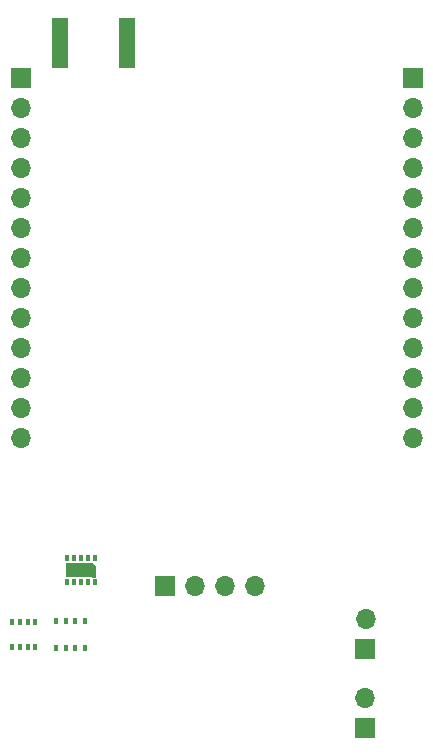
<source format=gbr>
G04 #@! TF.GenerationSoftware,KiCad,Pcbnew,(5.1.2)-2*
G04 #@! TF.CreationDate,2019-12-14T23:06:18+01:00*
G04 #@! TF.ProjectId,ttgot5,7474676f-7435-42e6-9b69-6361645f7063,rev?*
G04 #@! TF.SameCoordinates,Original*
G04 #@! TF.FileFunction,Soldermask,Top*
G04 #@! TF.FilePolarity,Negative*
%FSLAX46Y46*%
G04 Gerber Fmt 4.6, Leading zero omitted, Abs format (unit mm)*
G04 Created by KiCad (PCBNEW (5.1.2)-2) date 2019-12-14 23:06:18*
%MOMM*%
%LPD*%
G04 APERTURE LIST*
%ADD10O,1.700000X1.700000*%
%ADD11R,1.700000X1.700000*%
%ADD12R,1.350000X4.200000*%
%ADD13R,0.400000X0.550000*%
%ADD14C,0.300000*%
%ADD15C,0.100000*%
%ADD16R,0.300000X1.000000*%
%ADD17R,2.200000X1.300000*%
%ADD18R,0.400000X0.600000*%
%ADD19R,0.350000X0.500000*%
G04 APERTURE END LIST*
D10*
X131060400Y-151761200D03*
D11*
X131000000Y-154301200D03*
D10*
X131000000Y-158460000D03*
D11*
X131000000Y-161000000D03*
D12*
X110825000Y-103000000D03*
X105175000Y-103000000D03*
D11*
X101850000Y-106000000D03*
D10*
X101850000Y-108540000D03*
X101850000Y-111080000D03*
X101850000Y-113620000D03*
X101850000Y-116160000D03*
X101850000Y-118700000D03*
X101850000Y-121240000D03*
X101850000Y-123780000D03*
X101850000Y-126320000D03*
X101850000Y-128860000D03*
X101850000Y-131400000D03*
X101850000Y-133940000D03*
X101850000Y-136480000D03*
X135000000Y-136480000D03*
X135000000Y-133940000D03*
X135000000Y-131400000D03*
X135000000Y-128860000D03*
X135000000Y-126320000D03*
X135000000Y-123780000D03*
X135000000Y-121240000D03*
X135000000Y-118700000D03*
X135000000Y-116160000D03*
X135000000Y-113620000D03*
X135000000Y-111080000D03*
X135000000Y-108540000D03*
D11*
X135000000Y-106000000D03*
X114000000Y-149000000D03*
D10*
X116540000Y-149000000D03*
X119080000Y-149000000D03*
X121620000Y-149000000D03*
D13*
X104816000Y-151932000D03*
X105616000Y-151932000D03*
X106416000Y-151932000D03*
X107216000Y-151932000D03*
X107216000Y-154232000D03*
X106416000Y-154232000D03*
X105616000Y-154232000D03*
X104816000Y-154232000D03*
D14*
X108005000Y-147621000D03*
D15*
G36*
X107855000Y-146971000D02*
G01*
X108155000Y-147271000D01*
X108155000Y-147971000D01*
X107855000Y-148271000D01*
X107855000Y-146971000D01*
X107855000Y-146971000D01*
G37*
D16*
X108005000Y-147771000D03*
D17*
X106755000Y-147621000D03*
D18*
X105705000Y-148671000D03*
X106305000Y-148671000D03*
X108105000Y-148671000D03*
X107505000Y-148671000D03*
X105705000Y-146571000D03*
X108105000Y-146571000D03*
X107505000Y-146571000D03*
X106905000Y-146571000D03*
X106305000Y-146571000D03*
X106905000Y-148671000D03*
D19*
X103054000Y-152057000D03*
X102404000Y-152057000D03*
X101754000Y-152057000D03*
X101104000Y-152057000D03*
X101104000Y-154107000D03*
X101754000Y-154107000D03*
X102404000Y-154107000D03*
X103054000Y-154107000D03*
M02*

</source>
